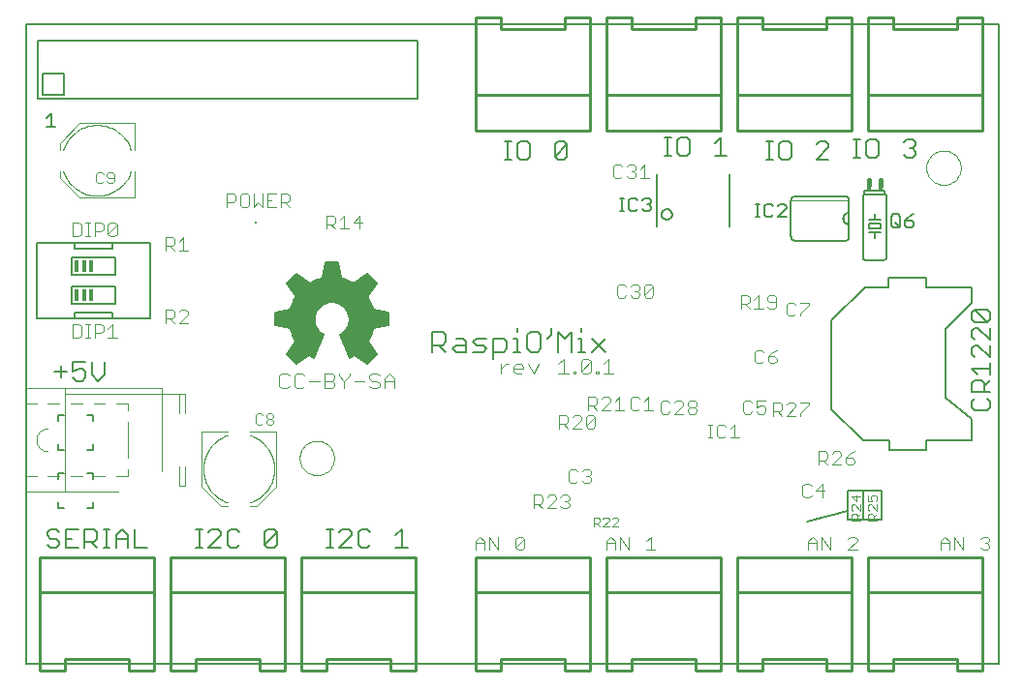
<source format=gto>
G75*
G70*
%OFA0B0*%
%FSLAX24Y24*%
%IPPOS*%
%LPD*%
%AMOC8*
5,1,8,0,0,1.08239X$1,22.5*
%
%ADD10C,0.0060*%
%ADD11C,0.0040*%
%ADD12C,0.0050*%
%ADD13R,0.0079X0.0079*%
%ADD14C,0.0000*%
%ADD15C,0.0020*%
%ADD16C,0.0160*%
%ADD17R,0.0160X0.0230*%
%ADD18C,0.0039*%
%ADD19R,0.0150X0.0400*%
%ADD20C,0.0030*%
%ADD21C,0.0100*%
%ADD22C,0.0080*%
D10*
X000989Y004401D02*
X000882Y004508D01*
X000989Y004401D02*
X001202Y004401D01*
X001309Y004508D01*
X001309Y004615D01*
X001202Y004722D01*
X000989Y004722D01*
X000882Y004828D01*
X000882Y004935D01*
X000989Y005042D01*
X001202Y005042D01*
X001309Y004935D01*
X001527Y005042D02*
X001527Y004401D01*
X001954Y004401D01*
X002171Y004401D02*
X002171Y005042D01*
X002491Y005042D01*
X002598Y004935D01*
X002598Y004722D01*
X002491Y004615D01*
X002171Y004615D01*
X002385Y004615D02*
X002598Y004401D01*
X002816Y004401D02*
X003029Y004401D01*
X002922Y004401D02*
X002922Y005042D01*
X002816Y005042D02*
X003029Y005042D01*
X003245Y004828D02*
X003459Y005042D01*
X003672Y004828D01*
X003672Y004401D01*
X003890Y004401D02*
X004317Y004401D01*
X003890Y004401D02*
X003890Y005042D01*
X003672Y004722D02*
X003245Y004722D01*
X003245Y004828D02*
X003245Y004401D01*
X001954Y005042D02*
X001527Y005042D01*
X001527Y004722D02*
X001740Y004722D01*
X001452Y005771D02*
X001252Y005771D01*
X001252Y005971D01*
X001252Y006771D02*
X001252Y006971D01*
X001452Y006971D01*
X002252Y006971D02*
X002452Y006971D01*
X002452Y006771D01*
X002452Y005971D02*
X002452Y005771D01*
X002252Y005771D01*
X002252Y007771D02*
X002452Y007771D01*
X002452Y007971D01*
X001452Y007771D02*
X001252Y007771D01*
X001252Y007971D01*
X001252Y008771D02*
X001252Y008971D01*
X001452Y008971D01*
X002252Y008971D02*
X002452Y008971D01*
X002452Y008771D01*
X002635Y010151D02*
X002848Y010365D01*
X002848Y010792D01*
X002421Y010792D02*
X002421Y010365D01*
X002635Y010151D01*
X002204Y010258D02*
X002204Y010472D01*
X002097Y010578D01*
X001990Y010578D01*
X001777Y010472D01*
X001777Y010792D01*
X002204Y010792D01*
X001559Y010472D02*
X001132Y010472D01*
X001345Y010685D02*
X001345Y010258D01*
X001777Y010258D02*
X001883Y010151D01*
X002097Y010151D01*
X002204Y010258D01*
X001827Y012321D02*
X000527Y012321D01*
X000527Y014921D01*
X001827Y014921D01*
X003127Y014921D01*
X003127Y014721D01*
X001827Y014721D01*
X001827Y014921D01*
X001727Y014421D02*
X001727Y013821D01*
X003227Y013821D01*
X003227Y014421D01*
X001727Y014421D01*
X003127Y014921D02*
X004427Y014921D01*
X004427Y012321D01*
X003127Y012321D01*
X001827Y012321D01*
X001827Y012521D01*
X003127Y012521D01*
X003127Y012321D01*
X003227Y012821D02*
X001727Y012821D01*
X001727Y013421D01*
X003227Y013421D01*
X003227Y012821D01*
X008747Y012506D02*
X008737Y012086D01*
X009267Y011986D01*
X009467Y011506D01*
X009167Y011076D01*
X009467Y010786D01*
X009877Y011086D01*
X010077Y010976D01*
X010357Y011716D01*
X010077Y012016D01*
X010087Y012536D01*
X010427Y012886D01*
X010897Y012896D01*
X011287Y012546D01*
X011297Y012036D01*
X010997Y011736D01*
X011307Y010976D01*
X011477Y011056D01*
X011887Y010786D01*
X012187Y011066D01*
X011907Y011496D01*
X012077Y011986D01*
X012597Y012076D01*
X012607Y012486D01*
X012087Y012586D01*
X011867Y013056D01*
X012177Y013496D01*
X011897Y013786D01*
X011447Y013496D01*
X010977Y013666D01*
X010887Y014216D01*
X010477Y014206D01*
X010367Y013666D01*
X009907Y013476D01*
X009477Y013776D01*
X009187Y013516D01*
X009477Y013076D01*
X009287Y012606D01*
X008747Y012506D01*
X008746Y012481D02*
X010086Y012481D01*
X010085Y012423D02*
X008745Y012423D01*
X008744Y012364D02*
X010084Y012364D01*
X010083Y012306D02*
X008742Y012306D01*
X008741Y012247D02*
X010081Y012247D01*
X010080Y012189D02*
X008739Y012189D01*
X008738Y012130D02*
X010079Y012130D01*
X010078Y012072D02*
X008816Y012072D01*
X009126Y012013D02*
X010080Y012013D01*
X010135Y011955D02*
X009280Y011955D01*
X009305Y011896D02*
X010189Y011896D01*
X010244Y011838D02*
X009329Y011838D01*
X009353Y011779D02*
X010299Y011779D01*
X010353Y011721D02*
X009378Y011721D01*
X009402Y011662D02*
X010336Y011662D01*
X010314Y011604D02*
X009427Y011604D01*
X009451Y011545D02*
X010292Y011545D01*
X010270Y011487D02*
X009453Y011487D01*
X009412Y011428D02*
X010248Y011428D01*
X010226Y011370D02*
X009371Y011370D01*
X009331Y011311D02*
X010204Y011311D01*
X010181Y011253D02*
X009290Y011253D01*
X009249Y011194D02*
X010159Y011194D01*
X010137Y011136D02*
X009208Y011136D01*
X009167Y011077D02*
X009864Y011077D01*
X009894Y011077D02*
X010115Y011077D01*
X010093Y011019D02*
X010001Y011019D01*
X009784Y011019D02*
X009227Y011019D01*
X009287Y010960D02*
X009704Y010960D01*
X009624Y010902D02*
X009348Y010902D01*
X009408Y010843D02*
X009544Y010843D01*
X011099Y011487D02*
X011913Y011487D01*
X011924Y011545D02*
X011075Y011545D01*
X011051Y011604D02*
X011944Y011604D01*
X011964Y011662D02*
X011027Y011662D01*
X011003Y011721D02*
X011985Y011721D01*
X012005Y011779D02*
X011040Y011779D01*
X011098Y011838D02*
X012025Y011838D01*
X012046Y011896D02*
X011157Y011896D01*
X011215Y011955D02*
X012066Y011955D01*
X012230Y012013D02*
X011274Y012013D01*
X011296Y012072D02*
X012568Y012072D01*
X012598Y012130D02*
X011295Y012130D01*
X011294Y012189D02*
X012600Y012189D01*
X012601Y012247D02*
X011293Y012247D01*
X011292Y012306D02*
X012603Y012306D01*
X012604Y012364D02*
X011291Y012364D01*
X011289Y012423D02*
X012605Y012423D01*
X012607Y012481D02*
X011288Y012481D01*
X011287Y012540D02*
X012331Y012540D01*
X012082Y012598D02*
X011230Y012598D01*
X011164Y012657D02*
X012054Y012657D01*
X012027Y012715D02*
X011099Y012715D01*
X011034Y012774D02*
X011999Y012774D01*
X011972Y012832D02*
X010969Y012832D01*
X010904Y012891D02*
X011945Y012891D01*
X011917Y012949D02*
X009425Y012949D01*
X009402Y012891D02*
X010617Y012891D01*
X010374Y012832D02*
X009378Y012832D01*
X009354Y012774D02*
X010317Y012774D01*
X010260Y012715D02*
X009331Y012715D01*
X009307Y012657D02*
X010204Y012657D01*
X010147Y012598D02*
X009241Y012598D01*
X008925Y012540D02*
X010090Y012540D01*
X009449Y013008D02*
X011890Y013008D01*
X011874Y013066D02*
X009473Y013066D01*
X009445Y013125D02*
X011915Y013125D01*
X011956Y013183D02*
X009407Y013183D01*
X009368Y013242D02*
X011997Y013242D01*
X012039Y013300D02*
X009330Y013300D01*
X009291Y013359D02*
X012080Y013359D01*
X012121Y013417D02*
X009253Y013417D01*
X009214Y013476D02*
X012162Y013476D01*
X012141Y013534D02*
X011505Y013534D01*
X011596Y013593D02*
X012084Y013593D01*
X012028Y013651D02*
X011687Y013651D01*
X011778Y013710D02*
X011971Y013710D01*
X011915Y013768D02*
X011868Y013768D01*
X011343Y013534D02*
X010046Y013534D01*
X010188Y013593D02*
X011181Y013593D01*
X011020Y013651D02*
X010330Y013651D01*
X010376Y013710D02*
X010970Y013710D01*
X010960Y013768D02*
X010388Y013768D01*
X010400Y013827D02*
X010951Y013827D01*
X010941Y013885D02*
X010411Y013885D01*
X010423Y013944D02*
X010932Y013944D01*
X010922Y014002D02*
X010435Y014002D01*
X010447Y014061D02*
X010912Y014061D01*
X010903Y014119D02*
X010459Y014119D01*
X010471Y014178D02*
X010893Y014178D01*
X009824Y013534D02*
X009207Y013534D01*
X009272Y013593D02*
X009741Y013593D01*
X009657Y013651D02*
X009337Y013651D01*
X009402Y013710D02*
X009573Y013710D01*
X009489Y013768D02*
X009468Y013768D01*
X011123Y011428D02*
X011952Y011428D01*
X011990Y011370D02*
X011147Y011370D01*
X011171Y011311D02*
X012028Y011311D01*
X012066Y011253D02*
X011194Y011253D01*
X011218Y011194D02*
X012104Y011194D01*
X012142Y011136D02*
X011242Y011136D01*
X011266Y011077D02*
X012180Y011077D01*
X012136Y011019D02*
X011535Y011019D01*
X011623Y010960D02*
X012073Y010960D01*
X012010Y010902D02*
X011712Y010902D01*
X011801Y010843D02*
X011948Y010843D01*
X011396Y011019D02*
X011290Y011019D01*
X014132Y011151D02*
X014132Y011852D01*
X014482Y011852D01*
X014599Y011735D01*
X014599Y011502D01*
X014482Y011385D01*
X014132Y011385D01*
X014366Y011385D02*
X014599Y011151D01*
X014832Y011268D02*
X014949Y011385D01*
X015299Y011385D01*
X015299Y011502D02*
X015182Y011619D01*
X014949Y011619D01*
X015299Y011502D02*
X015299Y011151D01*
X014949Y011151D01*
X014832Y011268D01*
X015532Y011151D02*
X015882Y011151D01*
X015999Y011268D01*
X015882Y011385D01*
X015648Y011385D01*
X015532Y011502D01*
X015648Y011619D01*
X015999Y011619D01*
X016231Y011619D02*
X016582Y011619D01*
X016698Y011502D01*
X016698Y011268D01*
X016582Y011151D01*
X016231Y011151D01*
X016231Y010918D02*
X016231Y011619D01*
X016931Y011619D02*
X017048Y011619D01*
X017048Y011151D01*
X016931Y011151D02*
X017165Y011151D01*
X017398Y011268D02*
X017514Y011151D01*
X017748Y011151D01*
X017865Y011268D01*
X017865Y011735D01*
X017748Y011852D01*
X017514Y011852D01*
X017398Y011735D01*
X017398Y011268D01*
X017048Y011852D02*
X017048Y011969D01*
X018097Y011619D02*
X018214Y011735D01*
X018214Y011969D01*
X018447Y011852D02*
X018681Y011619D01*
X018914Y011852D01*
X018914Y011151D01*
X019147Y011151D02*
X019381Y011151D01*
X019264Y011151D02*
X019264Y011619D01*
X019147Y011619D01*
X019264Y011852D02*
X019264Y011969D01*
X019614Y011619D02*
X020081Y011151D01*
X019614Y011151D02*
X020081Y011619D01*
X018447Y011852D02*
X018447Y011151D01*
X021856Y015473D02*
X021856Y017270D01*
X022132Y017901D02*
X022345Y017901D01*
X022239Y017901D02*
X022239Y018542D01*
X022345Y018542D02*
X022132Y018542D01*
X022562Y018435D02*
X022562Y018008D01*
X022668Y017901D01*
X022882Y017901D01*
X022989Y018008D01*
X022989Y018435D01*
X022882Y018542D01*
X022668Y018542D01*
X022562Y018435D01*
X023851Y018328D02*
X024064Y018542D01*
X024064Y017901D01*
X023851Y017901D02*
X024278Y017901D01*
X024348Y017270D02*
X024348Y015473D01*
X026477Y015126D02*
X026477Y016366D01*
X026479Y016389D01*
X026484Y016412D01*
X026493Y016434D01*
X026506Y016454D01*
X026521Y016472D01*
X026539Y016487D01*
X026559Y016500D01*
X026581Y016509D01*
X026604Y016514D01*
X026627Y016516D01*
X028327Y016516D01*
X028350Y016514D01*
X028373Y016509D01*
X028395Y016500D01*
X028415Y016487D01*
X028433Y016472D01*
X028448Y016454D01*
X028461Y016434D01*
X028470Y016412D01*
X028475Y016389D01*
X028477Y016366D01*
X028477Y015126D01*
X028475Y015103D01*
X028470Y015080D01*
X028461Y015058D01*
X028448Y015038D01*
X028433Y015020D01*
X028415Y015005D01*
X028395Y014992D01*
X028373Y014983D01*
X028350Y014978D01*
X028327Y014976D01*
X026627Y014976D01*
X026604Y014978D01*
X026581Y014983D01*
X026559Y014992D01*
X026539Y015005D01*
X026521Y015020D01*
X026506Y015038D01*
X026493Y015058D01*
X026484Y015080D01*
X026479Y015103D01*
X026477Y015126D01*
X028477Y015546D02*
X028450Y015548D01*
X028423Y015553D01*
X028397Y015563D01*
X028373Y015575D01*
X028351Y015591D01*
X028331Y015609D01*
X028314Y015631D01*
X028299Y015654D01*
X028289Y015679D01*
X028281Y015705D01*
X028277Y015732D01*
X028277Y015760D01*
X028281Y015787D01*
X028289Y015813D01*
X028299Y015838D01*
X028314Y015861D01*
X028331Y015883D01*
X028351Y015901D01*
X028373Y015917D01*
X028397Y015929D01*
X028423Y015939D01*
X028450Y015944D01*
X028477Y015946D01*
X029152Y015721D02*
X029352Y015721D01*
X029352Y015921D01*
X029352Y015721D02*
X029552Y015721D01*
X029552Y015571D02*
X029152Y015571D01*
X029152Y015421D01*
X029552Y015421D01*
X029552Y015571D01*
X029552Y015271D02*
X029352Y015271D01*
X029152Y015271D01*
X029352Y015271D02*
X029352Y015071D01*
X029752Y014421D02*
X029750Y014404D01*
X029746Y014387D01*
X029739Y014371D01*
X029729Y014357D01*
X029716Y014344D01*
X029702Y014334D01*
X029686Y014327D01*
X029669Y014323D01*
X029652Y014321D01*
X029052Y014321D01*
X029035Y014323D01*
X029018Y014327D01*
X029002Y014334D01*
X028988Y014344D01*
X028975Y014357D01*
X028965Y014371D01*
X028958Y014387D01*
X028954Y014404D01*
X028952Y014421D01*
X028952Y016571D01*
X029002Y016571D01*
X029702Y016571D01*
X029752Y016571D01*
X029752Y014421D01*
X029702Y016571D02*
X029702Y016721D01*
X029002Y016721D01*
X029002Y016571D01*
X027778Y017776D02*
X027351Y017776D01*
X027778Y018203D01*
X027778Y018310D01*
X027671Y018417D01*
X027458Y018417D01*
X027351Y018310D01*
X026489Y018310D02*
X026489Y017883D01*
X026382Y017776D01*
X026168Y017776D01*
X026062Y017883D01*
X026062Y018310D01*
X026168Y018417D01*
X026382Y018417D01*
X026489Y018310D01*
X025845Y018417D02*
X025632Y018417D01*
X025739Y018417D02*
X025739Y017776D01*
X025845Y017776D02*
X025632Y017776D01*
X028632Y017839D02*
X028845Y017839D01*
X028739Y017839D02*
X028739Y018480D01*
X028845Y018480D02*
X028632Y018480D01*
X029062Y018373D02*
X029062Y017946D01*
X029168Y017839D01*
X029382Y017839D01*
X029489Y017946D01*
X029489Y018373D01*
X029382Y018480D01*
X029168Y018480D01*
X029062Y018373D01*
X030351Y018373D02*
X030458Y018480D01*
X030671Y018480D01*
X030778Y018373D01*
X030778Y018266D01*
X030671Y018159D01*
X030778Y018052D01*
X030778Y017946D01*
X030671Y017839D01*
X030458Y017839D01*
X030351Y017946D01*
X030564Y018159D02*
X030671Y018159D01*
X022026Y015891D02*
X022028Y015917D01*
X022034Y015943D01*
X022043Y015967D01*
X022056Y015990D01*
X022072Y016011D01*
X022091Y016029D01*
X022112Y016045D01*
X022136Y016057D01*
X022160Y016065D01*
X022186Y016070D01*
X022213Y016071D01*
X022239Y016068D01*
X022264Y016061D01*
X022288Y016051D01*
X022311Y016037D01*
X022331Y016021D01*
X022348Y016001D01*
X022363Y015979D01*
X022374Y015955D01*
X022382Y015930D01*
X022386Y015904D01*
X022386Y015878D01*
X022382Y015852D01*
X022374Y015827D01*
X022363Y015803D01*
X022348Y015781D01*
X022331Y015761D01*
X022311Y015745D01*
X022288Y015731D01*
X022264Y015721D01*
X022239Y015714D01*
X022213Y015711D01*
X022186Y015712D01*
X022160Y015717D01*
X022136Y015725D01*
X022112Y015737D01*
X022091Y015753D01*
X022072Y015771D01*
X022056Y015792D01*
X022043Y015815D01*
X022034Y015839D01*
X022028Y015865D01*
X022026Y015891D01*
X018778Y017883D02*
X018671Y017776D01*
X018458Y017776D01*
X018351Y017883D01*
X018778Y018310D01*
X018778Y017883D01*
X018351Y017883D02*
X018351Y018310D01*
X018458Y018417D01*
X018671Y018417D01*
X018778Y018310D01*
X017489Y018310D02*
X017489Y017883D01*
X017382Y017776D01*
X017168Y017776D01*
X017062Y017883D01*
X017062Y018310D01*
X017168Y018417D01*
X017382Y018417D01*
X017489Y018310D01*
X016845Y018417D02*
X016632Y018417D01*
X016739Y018417D02*
X016739Y017776D01*
X016845Y017776D02*
X016632Y017776D01*
X013084Y005042D02*
X013084Y004401D01*
X013297Y004401D02*
X012870Y004401D01*
X012870Y004828D02*
X013084Y005042D01*
X012008Y004935D02*
X011901Y005042D01*
X011688Y005042D01*
X011581Y004935D01*
X011581Y004508D01*
X011688Y004401D01*
X011901Y004401D01*
X012008Y004508D01*
X011364Y004401D02*
X010937Y004401D01*
X011364Y004828D01*
X011364Y004935D01*
X011257Y005042D01*
X011043Y005042D01*
X010937Y004935D01*
X010720Y005042D02*
X010507Y005042D01*
X010614Y005042D02*
X010614Y004401D01*
X010720Y004401D02*
X010507Y004401D01*
X008797Y004508D02*
X008691Y004401D01*
X008477Y004401D01*
X008370Y004508D01*
X008797Y004935D01*
X008797Y004508D01*
X008370Y004508D02*
X008370Y004935D01*
X008477Y005042D01*
X008691Y005042D01*
X008797Y004935D01*
X007508Y004935D02*
X007401Y005042D01*
X007188Y005042D01*
X007081Y004935D01*
X007081Y004508D01*
X007188Y004401D01*
X007401Y004401D01*
X007508Y004508D01*
X006864Y004401D02*
X006437Y004401D01*
X006864Y004828D01*
X006864Y004935D01*
X006757Y005042D01*
X006543Y005042D01*
X006437Y004935D01*
X006220Y005042D02*
X006007Y005042D01*
X006114Y005042D02*
X006114Y004401D01*
X006220Y004401D02*
X006007Y004401D01*
D11*
X006867Y005842D02*
X006197Y006511D01*
X006197Y008401D01*
X007103Y008401D01*
X007851Y008401D02*
X008756Y008401D01*
X008756Y006511D01*
X008087Y005842D01*
X007851Y005842D01*
X007103Y005842D02*
X006867Y005842D01*
X007851Y005960D02*
X007915Y005982D01*
X007978Y006009D01*
X008040Y006039D01*
X008099Y006072D01*
X008157Y006108D01*
X008213Y006148D01*
X008266Y006191D01*
X008317Y006236D01*
X008365Y006284D01*
X008410Y006335D01*
X008453Y006389D01*
X008492Y006445D01*
X008529Y006502D01*
X008562Y006562D01*
X008591Y006624D01*
X008617Y006687D01*
X008640Y006751D01*
X008659Y006817D01*
X008674Y006884D01*
X008685Y006951D01*
X008693Y007019D01*
X008697Y007087D01*
X008697Y007155D01*
X008693Y007223D01*
X008685Y007291D01*
X008674Y007358D01*
X008659Y007425D01*
X008640Y007491D01*
X008617Y007555D01*
X008591Y007618D01*
X008562Y007680D01*
X008529Y007740D01*
X008492Y007797D01*
X008453Y007853D01*
X008410Y007907D01*
X008365Y007958D01*
X008317Y008006D01*
X008266Y008051D01*
X008213Y008094D01*
X008157Y008134D01*
X008099Y008170D01*
X008040Y008203D01*
X007978Y008233D01*
X007915Y008260D01*
X007851Y008282D01*
X007103Y008282D02*
X007039Y008260D01*
X006976Y008233D01*
X006914Y008203D01*
X006855Y008170D01*
X006797Y008134D01*
X006741Y008094D01*
X006688Y008051D01*
X006637Y008006D01*
X006589Y007958D01*
X006544Y007907D01*
X006501Y007853D01*
X006462Y007797D01*
X006425Y007740D01*
X006392Y007680D01*
X006363Y007618D01*
X006337Y007555D01*
X006314Y007491D01*
X006295Y007425D01*
X006280Y007358D01*
X006269Y007291D01*
X006261Y007223D01*
X006257Y007155D01*
X006257Y007087D01*
X006261Y007019D01*
X006269Y006951D01*
X006280Y006884D01*
X006295Y006817D01*
X006314Y006751D01*
X006337Y006687D01*
X006363Y006624D01*
X006392Y006562D01*
X006425Y006502D01*
X006462Y006445D01*
X006501Y006389D01*
X006544Y006335D01*
X006589Y006284D01*
X006637Y006236D01*
X006688Y006191D01*
X006741Y006148D01*
X006797Y006108D01*
X006855Y006072D01*
X006914Y006039D01*
X006976Y006009D01*
X007039Y005982D01*
X007103Y005960D01*
X008959Y009891D02*
X009132Y009891D01*
X009219Y009978D01*
X009388Y009978D02*
X009474Y009891D01*
X009648Y009891D01*
X009735Y009978D01*
X009903Y010152D02*
X010250Y010152D01*
X010419Y010152D02*
X010679Y010152D01*
X010766Y010065D01*
X010766Y009978D01*
X010679Y009891D01*
X010419Y009891D01*
X010419Y010412D01*
X010679Y010412D01*
X010766Y010325D01*
X010766Y010238D01*
X010679Y010152D01*
X010935Y010325D02*
X011108Y010152D01*
X011108Y009891D01*
X011108Y010152D02*
X011281Y010325D01*
X011281Y010412D01*
X011450Y010152D02*
X011797Y010152D01*
X011966Y010238D02*
X011966Y010325D01*
X012053Y010412D01*
X012226Y010412D01*
X012313Y010325D01*
X012481Y010238D02*
X012655Y010412D01*
X012828Y010238D01*
X012828Y009891D01*
X012828Y010152D02*
X012481Y010152D01*
X012481Y010238D02*
X012481Y009891D01*
X012313Y009978D02*
X012226Y009891D01*
X012053Y009891D01*
X011966Y009978D01*
X012053Y010152D02*
X012226Y010152D01*
X012313Y010065D01*
X012313Y009978D01*
X012053Y010152D02*
X011966Y010238D01*
X010935Y010325D02*
X010935Y010412D01*
X009735Y010325D02*
X009648Y010412D01*
X009474Y010412D01*
X009388Y010325D01*
X009388Y009978D01*
X008959Y009891D02*
X008872Y009978D01*
X008872Y010325D01*
X008959Y010412D01*
X009132Y010412D01*
X009219Y010325D01*
X005719Y012141D02*
X005412Y012141D01*
X005719Y012448D01*
X005719Y012525D01*
X005642Y012602D01*
X005488Y012602D01*
X005412Y012525D01*
X005258Y012525D02*
X005181Y012602D01*
X004951Y012602D01*
X004951Y012141D01*
X004951Y012295D02*
X005181Y012295D01*
X005258Y012372D01*
X005258Y012525D01*
X005105Y012295D02*
X005258Y012141D01*
X003282Y011641D02*
X002975Y011641D01*
X003128Y011641D02*
X003128Y012102D01*
X002975Y011948D01*
X002821Y011872D02*
X002821Y012025D01*
X002744Y012102D01*
X002514Y012102D01*
X002514Y011641D01*
X002361Y011641D02*
X002207Y011641D01*
X002284Y011641D02*
X002284Y012102D01*
X002207Y012102D02*
X002361Y012102D01*
X002054Y012025D02*
X001977Y012102D01*
X001747Y012102D01*
X001747Y011641D01*
X001977Y011641D01*
X002054Y011718D01*
X002054Y012025D01*
X002514Y011795D02*
X002744Y011795D01*
X002821Y011872D01*
X004951Y014641D02*
X004951Y015102D01*
X005181Y015102D01*
X005258Y015025D01*
X005258Y014872D01*
X005181Y014795D01*
X004951Y014795D01*
X005105Y014795D02*
X005258Y014641D01*
X005412Y014641D02*
X005719Y014641D01*
X005565Y014641D02*
X005565Y015102D01*
X005412Y014948D01*
X007070Y016141D02*
X007070Y016602D01*
X007300Y016602D01*
X007377Y016525D01*
X007377Y016372D01*
X007300Y016295D01*
X007070Y016295D01*
X007530Y016218D02*
X007607Y016141D01*
X007761Y016141D01*
X007837Y016218D01*
X007837Y016525D01*
X007761Y016602D01*
X007607Y016602D01*
X007530Y016525D01*
X007530Y016218D01*
X007991Y016141D02*
X008144Y016295D01*
X008298Y016141D01*
X008298Y016602D01*
X008451Y016602D02*
X008451Y016141D01*
X008758Y016141D01*
X008912Y016141D02*
X008912Y016602D01*
X009142Y016602D01*
X009218Y016525D01*
X009218Y016372D01*
X009142Y016295D01*
X008912Y016295D01*
X009065Y016295D02*
X009218Y016141D01*
X008758Y016602D02*
X008451Y016602D01*
X008451Y016372D02*
X008605Y016372D01*
X007991Y016602D02*
X007991Y016141D01*
X010491Y015852D02*
X010491Y015391D01*
X010491Y015545D02*
X010721Y015545D01*
X010798Y015622D01*
X010798Y015775D01*
X010721Y015852D01*
X010491Y015852D01*
X010951Y015698D02*
X011105Y015852D01*
X011105Y015391D01*
X011258Y015391D02*
X010951Y015391D01*
X010798Y015391D02*
X010644Y015545D01*
X011412Y015622D02*
X011719Y015622D01*
X011642Y015852D02*
X011642Y015391D01*
X011412Y015622D02*
X011642Y015852D01*
X018474Y010738D02*
X018647Y010912D01*
X018647Y010391D01*
X018474Y010391D02*
X018821Y010391D01*
X018989Y010391D02*
X019076Y010391D01*
X019076Y010478D01*
X018989Y010478D01*
X018989Y010391D01*
X019247Y010478D02*
X019594Y010825D01*
X019594Y010478D01*
X019507Y010391D01*
X019334Y010391D01*
X019247Y010478D01*
X019247Y010825D01*
X019334Y010912D01*
X019507Y010912D01*
X019594Y010825D01*
X020021Y010738D02*
X020194Y010912D01*
X020194Y010391D01*
X020021Y010391D02*
X020367Y010391D01*
X019849Y010391D02*
X019763Y010391D01*
X019763Y010478D01*
X019849Y010478D01*
X019849Y010391D01*
X019727Y009602D02*
X019497Y009602D01*
X019497Y009141D01*
X019497Y009295D02*
X019727Y009295D01*
X019804Y009372D01*
X019804Y009525D01*
X019727Y009602D01*
X019957Y009525D02*
X020034Y009602D01*
X020188Y009602D01*
X020264Y009525D01*
X020264Y009448D01*
X019957Y009141D01*
X020264Y009141D01*
X020418Y009141D02*
X020725Y009141D01*
X020571Y009141D02*
X020571Y009602D01*
X020418Y009448D01*
X020951Y009525D02*
X020951Y009218D01*
X021028Y009141D01*
X021181Y009141D01*
X021258Y009218D01*
X021412Y009141D02*
X021719Y009141D01*
X021565Y009141D02*
X021565Y009602D01*
X021412Y009448D01*
X021258Y009525D02*
X021181Y009602D01*
X021028Y009602D01*
X020951Y009525D01*
X021997Y009400D02*
X021997Y009093D01*
X022074Y009016D01*
X022227Y009016D01*
X022304Y009093D01*
X022457Y009016D02*
X022764Y009323D01*
X022764Y009400D01*
X022688Y009477D01*
X022534Y009477D01*
X022457Y009400D01*
X022304Y009400D02*
X022227Y009477D01*
X022074Y009477D01*
X021997Y009400D01*
X022457Y009016D02*
X022764Y009016D01*
X022918Y009093D02*
X022918Y009170D01*
X022994Y009247D01*
X023148Y009247D01*
X023225Y009170D01*
X023225Y009093D01*
X023148Y009016D01*
X022994Y009016D01*
X022918Y009093D01*
X022994Y009247D02*
X022918Y009323D01*
X022918Y009400D01*
X022994Y009477D01*
X023148Y009477D01*
X023225Y009400D01*
X023225Y009323D01*
X023148Y009247D01*
X023622Y008652D02*
X023775Y008652D01*
X023699Y008652D02*
X023699Y008191D01*
X023775Y008191D02*
X023622Y008191D01*
X023929Y008268D02*
X024006Y008191D01*
X024159Y008191D01*
X024236Y008268D01*
X024389Y008191D02*
X024696Y008191D01*
X024543Y008191D02*
X024543Y008652D01*
X024389Y008498D01*
X024236Y008575D02*
X024159Y008652D01*
X024006Y008652D01*
X023929Y008575D01*
X023929Y008268D01*
X024826Y009093D02*
X024903Y009016D01*
X025056Y009016D01*
X025133Y009093D01*
X025287Y009093D02*
X025363Y009016D01*
X025517Y009016D01*
X025594Y009093D01*
X025594Y009247D01*
X025517Y009323D01*
X025440Y009323D01*
X025287Y009247D01*
X025287Y009477D01*
X025594Y009477D01*
X025866Y009414D02*
X026096Y009414D01*
X026173Y009338D01*
X026173Y009184D01*
X026096Y009107D01*
X025866Y009107D01*
X025866Y008954D02*
X025866Y009414D01*
X026019Y009107D02*
X026173Y008954D01*
X026326Y008954D02*
X026633Y009261D01*
X026633Y009338D01*
X026556Y009414D01*
X026403Y009414D01*
X026326Y009338D01*
X026326Y008954D02*
X026633Y008954D01*
X026787Y008954D02*
X026787Y009031D01*
X027094Y009338D01*
X027094Y009414D01*
X026787Y009414D01*
X025133Y009400D02*
X025056Y009477D01*
X024903Y009477D01*
X024826Y009400D01*
X024826Y009093D01*
X025296Y010762D02*
X025449Y010762D01*
X025526Y010838D01*
X025679Y010838D02*
X025679Y010992D01*
X025909Y010992D01*
X025986Y010915D01*
X025986Y010838D01*
X025909Y010762D01*
X025756Y010762D01*
X025679Y010838D01*
X025679Y010992D02*
X025833Y011145D01*
X025986Y011222D01*
X025526Y011145D02*
X025449Y011222D01*
X025296Y011222D01*
X025219Y011145D01*
X025219Y010838D01*
X025296Y010762D01*
X026403Y012391D02*
X026556Y012391D01*
X026633Y012468D01*
X026787Y012468D02*
X026787Y012391D01*
X026787Y012468D02*
X027094Y012775D01*
X027094Y012852D01*
X026787Y012852D01*
X026633Y012775D02*
X026556Y012852D01*
X026403Y012852D01*
X026326Y012775D01*
X026326Y012468D01*
X026403Y012391D01*
X025975Y012718D02*
X025975Y013025D01*
X025898Y013102D01*
X025744Y013102D01*
X025668Y013025D01*
X025668Y012948D01*
X025744Y012872D01*
X025975Y012872D01*
X025975Y012718D02*
X025898Y012641D01*
X025744Y012641D01*
X025668Y012718D01*
X025514Y012641D02*
X025207Y012641D01*
X025054Y012641D02*
X024900Y012795D01*
X024977Y012795D02*
X024747Y012795D01*
X024747Y012641D02*
X024747Y013102D01*
X024977Y013102D01*
X025054Y013025D01*
X025054Y012872D01*
X024977Y012795D01*
X025207Y012948D02*
X025361Y013102D01*
X025361Y012641D01*
X021725Y013093D02*
X021648Y013016D01*
X021494Y013016D01*
X021418Y013093D01*
X021725Y013400D01*
X021725Y013093D01*
X021725Y013400D02*
X021648Y013477D01*
X021494Y013477D01*
X021418Y013400D01*
X021418Y013093D01*
X021264Y013093D02*
X021188Y013016D01*
X021034Y013016D01*
X020957Y013093D01*
X020804Y013093D02*
X020727Y013016D01*
X020574Y013016D01*
X020497Y013093D01*
X020497Y013400D01*
X020574Y013477D01*
X020727Y013477D01*
X020804Y013400D01*
X020957Y013400D02*
X021034Y013477D01*
X021188Y013477D01*
X021264Y013400D01*
X021264Y013323D01*
X021188Y013247D01*
X021264Y013170D01*
X021264Y013093D01*
X021188Y013247D02*
X021111Y013247D01*
X017789Y010738D02*
X017616Y010391D01*
X017442Y010738D01*
X017274Y010652D02*
X017274Y010565D01*
X016927Y010565D01*
X016927Y010652D02*
X017013Y010738D01*
X017187Y010738D01*
X017274Y010652D01*
X017187Y010391D02*
X017013Y010391D01*
X016927Y010478D01*
X016927Y010652D01*
X016757Y010738D02*
X016670Y010738D01*
X016497Y010565D01*
X016497Y010738D02*
X016497Y010391D01*
X018497Y008977D02*
X018727Y008977D01*
X018804Y008900D01*
X018804Y008747D01*
X018727Y008670D01*
X018497Y008670D01*
X018650Y008670D02*
X018804Y008516D01*
X018957Y008516D02*
X019264Y008823D01*
X019264Y008900D01*
X019188Y008977D01*
X019034Y008977D01*
X018957Y008900D01*
X018957Y008516D02*
X019264Y008516D01*
X019418Y008593D02*
X019725Y008900D01*
X019725Y008593D01*
X019648Y008516D01*
X019494Y008516D01*
X019418Y008593D01*
X019418Y008900D01*
X019494Y008977D01*
X019648Y008977D01*
X019725Y008900D01*
X019804Y009141D02*
X019650Y009295D01*
X018497Y008977D02*
X018497Y008516D01*
X018903Y007102D02*
X018826Y007025D01*
X018826Y006718D01*
X018903Y006641D01*
X019056Y006641D01*
X019133Y006718D01*
X019287Y006718D02*
X019363Y006641D01*
X019517Y006641D01*
X019594Y006718D01*
X019594Y006795D01*
X019517Y006872D01*
X019440Y006872D01*
X019517Y006872D02*
X019594Y006948D01*
X019594Y007025D01*
X019517Y007102D01*
X019363Y007102D01*
X019287Y007025D01*
X019133Y007025D02*
X019056Y007102D01*
X018903Y007102D01*
X018773Y006227D02*
X018850Y006150D01*
X018850Y006073D01*
X018773Y005997D01*
X018850Y005920D01*
X018850Y005843D01*
X018773Y005766D01*
X018619Y005766D01*
X018543Y005843D01*
X018389Y005766D02*
X018082Y005766D01*
X018389Y006073D01*
X018389Y006150D01*
X018313Y006227D01*
X018159Y006227D01*
X018082Y006150D01*
X017929Y006150D02*
X017929Y005997D01*
X017852Y005920D01*
X017622Y005920D01*
X017775Y005920D02*
X017929Y005766D01*
X017622Y005766D02*
X017622Y006227D01*
X017852Y006227D01*
X017929Y006150D01*
X018543Y006150D02*
X018619Y006227D01*
X018773Y006227D01*
X018773Y005997D02*
X018696Y005997D01*
X017310Y004713D02*
X017003Y004406D01*
X017080Y004329D01*
X017233Y004329D01*
X017310Y004406D01*
X017310Y004713D01*
X017233Y004789D01*
X017080Y004789D01*
X017003Y004713D01*
X017003Y004406D01*
X016389Y004329D02*
X016389Y004789D01*
X016082Y004789D02*
X016389Y004329D01*
X016082Y004329D02*
X016082Y004789D01*
X015929Y004636D02*
X015929Y004329D01*
X015929Y004559D02*
X015622Y004559D01*
X015622Y004636D02*
X015622Y004329D01*
X015622Y004636D02*
X015775Y004789D01*
X015929Y004636D01*
X020122Y004636D02*
X020122Y004329D01*
X020122Y004559D02*
X020429Y004559D01*
X020429Y004636D02*
X020429Y004329D01*
X020582Y004329D02*
X020582Y004789D01*
X020889Y004329D01*
X020889Y004789D01*
X020429Y004636D02*
X020275Y004789D01*
X020122Y004636D01*
X021503Y004636D02*
X021657Y004789D01*
X021657Y004329D01*
X021810Y004329D02*
X021503Y004329D01*
X026872Y006218D02*
X026949Y006141D01*
X027102Y006141D01*
X027179Y006218D01*
X027332Y006372D02*
X027639Y006372D01*
X027563Y006602D02*
X027563Y006141D01*
X027332Y006372D02*
X027563Y006602D01*
X027179Y006525D02*
X027102Y006602D01*
X026949Y006602D01*
X026872Y006525D01*
X026872Y006218D01*
X027428Y007266D02*
X027428Y007727D01*
X027658Y007727D01*
X027735Y007650D01*
X027735Y007497D01*
X027658Y007420D01*
X027428Y007420D01*
X027582Y007420D02*
X027735Y007266D01*
X027889Y007266D02*
X028196Y007573D01*
X028196Y007650D01*
X028119Y007727D01*
X027965Y007727D01*
X027889Y007650D01*
X027889Y007266D02*
X028196Y007266D01*
X028349Y007343D02*
X028426Y007266D01*
X028579Y007266D01*
X028656Y007343D01*
X028656Y007420D01*
X028579Y007497D01*
X028349Y007497D01*
X028349Y007343D01*
X028349Y007497D02*
X028503Y007650D01*
X028656Y007727D01*
X028671Y004789D02*
X028517Y004789D01*
X028441Y004713D01*
X028671Y004789D02*
X028748Y004713D01*
X028748Y004636D01*
X028441Y004329D01*
X028748Y004329D01*
X027827Y004329D02*
X027827Y004789D01*
X027520Y004789D02*
X027827Y004329D01*
X027520Y004329D02*
X027520Y004789D01*
X027366Y004636D02*
X027366Y004329D01*
X027366Y004559D02*
X027059Y004559D01*
X027059Y004636D02*
X027059Y004329D01*
X027059Y004636D02*
X027213Y004789D01*
X027366Y004636D01*
X031622Y004636D02*
X031622Y004329D01*
X031622Y004559D02*
X031929Y004559D01*
X031929Y004636D02*
X031929Y004329D01*
X032082Y004329D02*
X032082Y004789D01*
X032389Y004329D01*
X032389Y004789D01*
X031929Y004636D02*
X031775Y004789D01*
X031622Y004636D01*
X033003Y004713D02*
X033080Y004789D01*
X033233Y004789D01*
X033310Y004713D01*
X033310Y004636D01*
X033233Y004559D01*
X033310Y004482D01*
X033310Y004406D01*
X033233Y004329D01*
X033080Y004329D01*
X033003Y004406D01*
X033157Y004559D02*
X033233Y004559D01*
X021594Y017141D02*
X021287Y017141D01*
X021440Y017141D02*
X021440Y017602D01*
X021287Y017448D01*
X021133Y017448D02*
X021056Y017372D01*
X021133Y017295D01*
X021133Y017218D01*
X021056Y017141D01*
X020903Y017141D01*
X020826Y017218D01*
X020673Y017218D02*
X020596Y017141D01*
X020443Y017141D01*
X020366Y017218D01*
X020366Y017525D01*
X020443Y017602D01*
X020596Y017602D01*
X020673Y017525D01*
X020826Y017525D02*
X020903Y017602D01*
X021056Y017602D01*
X021133Y017525D01*
X021133Y017448D01*
X021056Y017372D02*
X020980Y017372D01*
X003881Y017372D02*
X003881Y016467D01*
X001992Y016467D01*
X001322Y017136D01*
X001322Y017372D01*
X001322Y018120D02*
X001322Y018357D01*
X001992Y019026D01*
X003881Y019026D01*
X003881Y018120D01*
X003763Y018120D02*
X003741Y018184D01*
X003714Y018247D01*
X003684Y018309D01*
X003651Y018368D01*
X003615Y018426D01*
X003575Y018482D01*
X003532Y018535D01*
X003487Y018586D01*
X003439Y018634D01*
X003388Y018679D01*
X003334Y018722D01*
X003278Y018761D01*
X003221Y018798D01*
X003161Y018831D01*
X003099Y018860D01*
X003036Y018886D01*
X002972Y018909D01*
X002906Y018928D01*
X002839Y018943D01*
X002772Y018954D01*
X002704Y018962D01*
X002636Y018966D01*
X002568Y018966D01*
X002500Y018962D01*
X002432Y018954D01*
X002365Y018943D01*
X002298Y018928D01*
X002232Y018909D01*
X002168Y018886D01*
X002105Y018860D01*
X002043Y018831D01*
X001983Y018798D01*
X001926Y018761D01*
X001870Y018722D01*
X001816Y018679D01*
X001765Y018634D01*
X001717Y018586D01*
X001672Y018535D01*
X001629Y018482D01*
X001589Y018426D01*
X001553Y018368D01*
X001520Y018309D01*
X001490Y018247D01*
X001463Y018184D01*
X001441Y018120D01*
X001441Y017372D02*
X001463Y017308D01*
X001490Y017245D01*
X001520Y017183D01*
X001553Y017124D01*
X001589Y017066D01*
X001629Y017010D01*
X001672Y016957D01*
X001717Y016906D01*
X001765Y016858D01*
X001816Y016813D01*
X001870Y016770D01*
X001926Y016731D01*
X001983Y016694D01*
X002043Y016661D01*
X002105Y016632D01*
X002168Y016606D01*
X002232Y016583D01*
X002298Y016564D01*
X002365Y016549D01*
X002432Y016538D01*
X002500Y016530D01*
X002568Y016526D01*
X002636Y016526D01*
X002704Y016530D01*
X002772Y016538D01*
X002839Y016549D01*
X002906Y016564D01*
X002972Y016583D01*
X003036Y016606D01*
X003099Y016632D01*
X003161Y016661D01*
X003221Y016694D01*
X003278Y016731D01*
X003334Y016770D01*
X003388Y016813D01*
X003439Y016858D01*
X003487Y016906D01*
X003532Y016957D01*
X003575Y017010D01*
X003615Y017066D01*
X003651Y017124D01*
X003684Y017183D01*
X003714Y017245D01*
X003741Y017308D01*
X003763Y017372D01*
X003205Y015602D02*
X003282Y015525D01*
X002975Y015218D01*
X003051Y015141D01*
X003205Y015141D01*
X003282Y015218D01*
X003282Y015525D01*
X003205Y015602D02*
X003051Y015602D01*
X002975Y015525D01*
X002975Y015218D01*
X002821Y015372D02*
X002744Y015295D01*
X002514Y015295D01*
X002514Y015141D02*
X002514Y015602D01*
X002744Y015602D01*
X002821Y015525D01*
X002821Y015372D01*
X002361Y015602D02*
X002207Y015602D01*
X002284Y015602D02*
X002284Y015141D01*
X002207Y015141D02*
X002361Y015141D01*
X002054Y015218D02*
X002054Y015525D01*
X001977Y015602D01*
X001747Y015602D01*
X001747Y015141D01*
X001977Y015141D01*
X002054Y015218D01*
D12*
X000157Y022448D02*
X000157Y000401D01*
X033622Y000401D01*
X033622Y022448D01*
X000157Y022448D01*
X000551Y021858D02*
X000551Y019889D01*
X013622Y019889D01*
X013622Y021858D01*
X000551Y021858D01*
X000738Y020736D02*
X000738Y020007D01*
X001466Y020007D01*
X001466Y020736D02*
X000738Y020736D01*
X001014Y019363D02*
X000863Y019212D01*
X001014Y019363D02*
X001014Y018912D01*
X001164Y018912D02*
X000863Y018912D01*
X015633Y018978D02*
X015633Y019765D01*
X020133Y019765D02*
X020133Y018978D01*
X001466Y020007D02*
X001466Y020735D01*
X020594Y016451D02*
X020744Y016451D01*
X020669Y016451D02*
X020669Y016001D01*
X020594Y016001D02*
X020744Y016001D01*
X020901Y016076D02*
X020976Y016001D01*
X021126Y016001D01*
X021201Y016076D01*
X021362Y016076D02*
X021437Y016001D01*
X021587Y016001D01*
X021662Y016076D01*
X021662Y016151D01*
X021587Y016226D01*
X021512Y016226D01*
X021587Y016226D02*
X021662Y016301D01*
X021662Y016376D01*
X021587Y016451D01*
X021437Y016451D01*
X021362Y016376D01*
X021201Y016376D02*
X021126Y016451D01*
X020976Y016451D01*
X020901Y016376D01*
X020901Y016076D01*
X024633Y018978D02*
X024633Y019765D01*
X029133Y019765D02*
X029133Y018978D01*
X026320Y016172D02*
X026244Y016247D01*
X026094Y016247D01*
X026019Y016172D01*
X025859Y016172D02*
X025784Y016247D01*
X025634Y016247D01*
X025559Y016172D01*
X025559Y015872D01*
X025634Y015796D01*
X025784Y015796D01*
X025859Y015872D01*
X026019Y015796D02*
X026320Y016097D01*
X026320Y016172D01*
X026320Y015796D02*
X026019Y015796D01*
X025402Y015796D02*
X025252Y015796D01*
X025327Y015796D02*
X025327Y016247D01*
X025252Y016247D02*
X025402Y016247D01*
X029927Y015822D02*
X029927Y015522D01*
X030002Y015446D01*
X030152Y015446D01*
X030227Y015522D01*
X030227Y015822D01*
X030152Y015897D01*
X030002Y015897D01*
X029927Y015822D01*
X030077Y015597D02*
X030227Y015446D01*
X030387Y015522D02*
X030387Y015672D01*
X030613Y015672D01*
X030688Y015597D01*
X030688Y015522D01*
X030613Y015446D01*
X030462Y015446D01*
X030387Y015522D01*
X030387Y015672D02*
X030537Y015822D01*
X030688Y015897D01*
X031123Y013720D02*
X029831Y013720D01*
X029831Y013369D01*
X029031Y013369D01*
X027855Y012253D01*
X027855Y009180D01*
X028971Y008124D01*
X029871Y008124D01*
X029871Y007772D01*
X031123Y007772D01*
X031123Y008124D01*
X032696Y008124D01*
X032696Y008846D01*
X031811Y009589D01*
X031811Y011946D01*
X032696Y012846D01*
X032696Y013369D01*
X031123Y013369D01*
X031123Y013720D01*
X032707Y012494D02*
X032809Y012596D01*
X033216Y012189D01*
X033317Y012290D01*
X033317Y012494D01*
X033216Y012596D01*
X032809Y012596D01*
X032707Y012494D02*
X032707Y012290D01*
X032809Y012189D01*
X033216Y012189D01*
X033317Y011988D02*
X033317Y011581D01*
X032910Y011988D01*
X032809Y011988D01*
X032707Y011886D01*
X032707Y011683D01*
X032809Y011581D01*
X032809Y011380D02*
X032707Y011279D01*
X032707Y011075D01*
X032809Y010973D01*
X032707Y010569D02*
X033317Y010569D01*
X033317Y010366D02*
X033317Y010773D01*
X033317Y010973D02*
X032910Y011380D01*
X032809Y011380D01*
X033317Y011380D02*
X033317Y010973D01*
X032910Y010366D02*
X032707Y010569D01*
X032809Y010165D02*
X032707Y010063D01*
X032707Y009758D01*
X033317Y009758D01*
X033114Y009758D02*
X033114Y010063D01*
X033012Y010165D01*
X032809Y010165D01*
X033114Y009961D02*
X033317Y010165D01*
X033216Y009557D02*
X033317Y009455D01*
X033317Y009252D01*
X033216Y009150D01*
X032809Y009150D01*
X032707Y009252D01*
X032707Y009455D01*
X032809Y009557D01*
X029602Y006371D02*
X028977Y006371D01*
X028977Y005371D01*
X028414Y005371D01*
X028414Y005684D01*
X027039Y005309D01*
X028414Y005684D02*
X028414Y006371D01*
X028977Y006371D01*
X029602Y006371D02*
X029602Y005371D01*
X028977Y005371D01*
X028570Y003890D02*
X028570Y003103D01*
X024070Y003103D02*
X024070Y003890D01*
X019570Y003890D02*
X019570Y003103D01*
X013570Y003103D02*
X013570Y003890D01*
X009070Y003890D02*
X009070Y003103D01*
X004570Y003103D02*
X004570Y003890D01*
X033070Y003890D02*
X033070Y003103D01*
D13*
X008063Y015621D03*
D14*
X009573Y007496D02*
X009575Y007544D01*
X009581Y007592D01*
X009591Y007639D01*
X009604Y007685D01*
X009622Y007730D01*
X009642Y007774D01*
X009667Y007816D01*
X009695Y007855D01*
X009725Y007892D01*
X009759Y007926D01*
X009796Y007958D01*
X009834Y007987D01*
X009875Y008012D01*
X009918Y008034D01*
X009963Y008052D01*
X010009Y008066D01*
X010056Y008077D01*
X010104Y008084D01*
X010152Y008087D01*
X010200Y008086D01*
X010248Y008081D01*
X010296Y008072D01*
X010342Y008060D01*
X010387Y008043D01*
X010431Y008023D01*
X010473Y008000D01*
X010513Y007973D01*
X010551Y007943D01*
X010586Y007910D01*
X010618Y007874D01*
X010648Y007836D01*
X010674Y007795D01*
X010696Y007752D01*
X010716Y007708D01*
X010731Y007663D01*
X010743Y007616D01*
X010751Y007568D01*
X010755Y007520D01*
X010755Y007472D01*
X010751Y007424D01*
X010743Y007376D01*
X010731Y007329D01*
X010716Y007284D01*
X010696Y007240D01*
X010674Y007197D01*
X010648Y007156D01*
X010618Y007118D01*
X010586Y007082D01*
X010551Y007049D01*
X010513Y007019D01*
X010473Y006992D01*
X010431Y006969D01*
X010387Y006949D01*
X010342Y006932D01*
X010296Y006920D01*
X010248Y006911D01*
X010200Y006906D01*
X010152Y006905D01*
X010104Y006908D01*
X010056Y006915D01*
X010009Y006926D01*
X009963Y006940D01*
X009918Y006958D01*
X009875Y006980D01*
X009834Y007005D01*
X009796Y007034D01*
X009759Y007066D01*
X009725Y007100D01*
X009695Y007137D01*
X009667Y007176D01*
X009642Y007218D01*
X009622Y007262D01*
X009604Y007307D01*
X009591Y007353D01*
X009581Y007400D01*
X009575Y007448D01*
X009573Y007496D01*
X031136Y017496D02*
X031138Y017544D01*
X031144Y017592D01*
X031154Y017639D01*
X031167Y017685D01*
X031185Y017730D01*
X031205Y017774D01*
X031230Y017816D01*
X031258Y017855D01*
X031288Y017892D01*
X031322Y017926D01*
X031359Y017958D01*
X031397Y017987D01*
X031438Y018012D01*
X031481Y018034D01*
X031526Y018052D01*
X031572Y018066D01*
X031619Y018077D01*
X031667Y018084D01*
X031715Y018087D01*
X031763Y018086D01*
X031811Y018081D01*
X031859Y018072D01*
X031905Y018060D01*
X031950Y018043D01*
X031994Y018023D01*
X032036Y018000D01*
X032076Y017973D01*
X032114Y017943D01*
X032149Y017910D01*
X032181Y017874D01*
X032211Y017836D01*
X032237Y017795D01*
X032259Y017752D01*
X032279Y017708D01*
X032294Y017663D01*
X032306Y017616D01*
X032314Y017568D01*
X032318Y017520D01*
X032318Y017472D01*
X032314Y017424D01*
X032306Y017376D01*
X032294Y017329D01*
X032279Y017284D01*
X032259Y017240D01*
X032237Y017197D01*
X032211Y017156D01*
X032181Y017118D01*
X032149Y017082D01*
X032114Y017049D01*
X032076Y017019D01*
X032036Y016992D01*
X031994Y016969D01*
X031950Y016949D01*
X031905Y016932D01*
X031859Y016920D01*
X031811Y016911D01*
X031763Y016906D01*
X031715Y016905D01*
X031667Y016908D01*
X031619Y016915D01*
X031572Y016926D01*
X031526Y016940D01*
X031481Y016958D01*
X031438Y016980D01*
X031397Y017005D01*
X031359Y017034D01*
X031322Y017066D01*
X031288Y017100D01*
X031258Y017137D01*
X031230Y017176D01*
X031205Y017218D01*
X031185Y017262D01*
X031167Y017307D01*
X031154Y017353D01*
X031144Y017400D01*
X031138Y017448D01*
X031136Y017496D01*
D15*
X028477Y016376D02*
X026477Y016376D01*
D16*
X029152Y016921D02*
X029152Y017071D01*
X029552Y017071D02*
X029552Y016871D01*
D17*
X029552Y016856D03*
X029152Y016856D03*
D18*
X005631Y009696D02*
X005631Y009047D01*
X005435Y009047D02*
X005435Y009696D01*
X005631Y009696D01*
X005435Y009696D02*
X004844Y009696D01*
X004844Y007047D01*
X005435Y007196D02*
X005435Y006547D01*
X005631Y006547D01*
X005631Y007196D01*
X003663Y007098D02*
X003663Y006862D01*
X003269Y006862D01*
X002876Y006862D02*
X002482Y006862D01*
X002088Y006862D02*
X001694Y006862D01*
X001301Y006862D02*
X000907Y006862D01*
X000513Y006862D02*
X000120Y006862D01*
X000120Y009381D01*
X000513Y009381D01*
X000120Y009381D02*
X000120Y009893D01*
X004844Y009893D01*
X004844Y009696D01*
X001498Y009696D01*
X001498Y009893D01*
X001498Y009696D02*
X001498Y006350D01*
X000120Y006350D02*
X003344Y006350D01*
X003663Y007492D02*
X003663Y007728D01*
X003663Y008515D01*
X003663Y008751D01*
X003663Y009145D02*
X003663Y009381D01*
X003269Y009381D01*
X002876Y009381D02*
X002482Y009381D01*
X002088Y009381D02*
X001694Y009381D01*
X001301Y009381D02*
X000907Y009381D01*
X000907Y008515D02*
X000868Y008513D01*
X000830Y008507D01*
X000793Y008498D01*
X000756Y008485D01*
X000721Y008468D01*
X000688Y008449D01*
X000657Y008426D01*
X000628Y008400D01*
X000602Y008371D01*
X000579Y008340D01*
X000560Y008307D01*
X000543Y008272D01*
X000530Y008235D01*
X000521Y008198D01*
X000515Y008160D01*
X000513Y008121D01*
X000515Y008082D01*
X000521Y008044D01*
X000530Y008007D01*
X000543Y007970D01*
X000560Y007935D01*
X000579Y007902D01*
X000602Y007871D01*
X000628Y007842D01*
X000657Y007816D01*
X000688Y007793D01*
X000721Y007774D01*
X000756Y007757D01*
X000793Y007744D01*
X000830Y007735D01*
X000868Y007729D01*
X000907Y007727D01*
X000120Y006862D02*
X000120Y006350D01*
D19*
X001902Y013121D03*
X002152Y013121D03*
X002402Y013121D03*
X002402Y014121D03*
X002152Y014121D03*
X001902Y014121D03*
D20*
X002631Y016968D02*
X002754Y016968D01*
X002816Y017029D01*
X002938Y017029D02*
X002999Y016968D01*
X003123Y016968D01*
X003185Y017029D01*
X003185Y017276D01*
X003123Y017338D01*
X002999Y017338D01*
X002938Y017276D01*
X002938Y017215D01*
X002999Y017153D01*
X003185Y017153D01*
X002816Y017276D02*
X002754Y017338D01*
X002631Y017338D01*
X002569Y017276D01*
X002569Y017029D01*
X002631Y016968D01*
X008115Y009025D02*
X008053Y008964D01*
X008053Y008717D01*
X008115Y008655D01*
X008238Y008655D01*
X008300Y008717D01*
X008421Y008717D02*
X008421Y008779D01*
X008483Y008840D01*
X008606Y008840D01*
X008668Y008779D01*
X008668Y008717D01*
X008606Y008655D01*
X008483Y008655D01*
X008421Y008717D01*
X008483Y008840D02*
X008421Y008902D01*
X008421Y008964D01*
X008483Y009025D01*
X008606Y009025D01*
X008668Y008964D01*
X008668Y008902D01*
X008606Y008840D01*
X008300Y008964D02*
X008238Y009025D01*
X008115Y009025D01*
X019679Y005457D02*
X019679Y005136D01*
X019679Y005243D02*
X019840Y005243D01*
X019893Y005297D01*
X019893Y005403D01*
X019840Y005457D01*
X019679Y005457D01*
X019786Y005243D02*
X019893Y005136D01*
X020002Y005136D02*
X020215Y005350D01*
X020215Y005403D01*
X020162Y005457D01*
X020055Y005457D01*
X020002Y005403D01*
X020002Y005136D02*
X020215Y005136D01*
X020324Y005136D02*
X020538Y005350D01*
X020538Y005403D01*
X020484Y005457D01*
X020377Y005457D01*
X020324Y005403D01*
X020324Y005136D02*
X020538Y005136D01*
X028554Y005357D02*
X028554Y005517D01*
X028608Y005571D01*
X028714Y005571D01*
X028768Y005517D01*
X028768Y005357D01*
X028874Y005357D02*
X028554Y005357D01*
X028768Y005464D02*
X028874Y005571D01*
X028874Y005679D02*
X028661Y005893D01*
X028608Y005893D01*
X028554Y005840D01*
X028554Y005733D01*
X028608Y005679D01*
X028874Y005679D02*
X028874Y005893D01*
X028714Y006002D02*
X028554Y006162D01*
X028874Y006162D01*
X028714Y006215D02*
X028714Y006002D01*
X029117Y006002D02*
X029117Y006215D01*
X029223Y006162D02*
X029277Y006215D01*
X029384Y006215D01*
X029437Y006162D01*
X029437Y006055D01*
X029384Y006002D01*
X029277Y006002D02*
X029223Y006108D01*
X029223Y006162D01*
X029277Y006002D02*
X029117Y006002D01*
X029170Y005893D02*
X029117Y005840D01*
X029117Y005733D01*
X029170Y005679D01*
X029170Y005571D02*
X029277Y005571D01*
X029330Y005517D01*
X029330Y005357D01*
X029330Y005464D02*
X029437Y005571D01*
X029437Y005679D02*
X029223Y005893D01*
X029170Y005893D01*
X029437Y005893D02*
X029437Y005679D01*
X029170Y005571D02*
X029117Y005517D01*
X029117Y005357D01*
X029437Y005357D01*
D21*
X029133Y004087D02*
X033070Y004087D01*
X033070Y002867D01*
X029133Y002867D01*
X029133Y000189D01*
X030000Y000189D01*
X030000Y000583D01*
X032204Y000583D01*
X032204Y000189D01*
X033070Y000189D01*
X033070Y002867D01*
X029133Y002867D02*
X029133Y004087D01*
X028570Y004087D02*
X024633Y004087D01*
X024633Y002867D01*
X028570Y002867D01*
X028570Y004087D01*
X028570Y002867D02*
X028570Y000189D01*
X027704Y000189D01*
X027704Y000583D01*
X025500Y000583D01*
X025500Y000189D01*
X024633Y000189D01*
X024633Y002867D01*
X024070Y002867D02*
X020133Y002867D01*
X020133Y000189D01*
X021000Y000189D01*
X021000Y000583D01*
X023204Y000583D01*
X023204Y000189D01*
X024070Y000189D01*
X024070Y002867D01*
X024070Y004087D01*
X020133Y004087D01*
X020133Y002867D01*
X019570Y002867D02*
X015633Y002867D01*
X015633Y000189D01*
X016500Y000189D01*
X016500Y000583D01*
X018704Y000583D01*
X018704Y000189D01*
X019570Y000189D01*
X019570Y002867D01*
X019570Y004087D01*
X015633Y004087D01*
X015633Y002867D01*
X013570Y002867D02*
X009633Y002867D01*
X009633Y000189D01*
X010500Y000189D01*
X010500Y000583D01*
X012704Y000583D01*
X012704Y000189D01*
X013570Y000189D01*
X013570Y002867D01*
X013570Y004087D01*
X009633Y004087D01*
X009633Y002867D01*
X009070Y002867D02*
X005133Y002867D01*
X005133Y000189D01*
X006000Y000189D01*
X006000Y000583D01*
X008204Y000583D01*
X008204Y000189D01*
X009070Y000189D01*
X009070Y002867D01*
X009070Y004087D01*
X005133Y004087D01*
X005133Y002867D01*
X004570Y002867D02*
X000633Y002867D01*
X000633Y000189D01*
X001500Y000189D01*
X001500Y000583D01*
X003704Y000583D01*
X003704Y000189D01*
X004570Y000189D01*
X004570Y002867D01*
X004570Y004087D01*
X000633Y004087D01*
X000633Y002867D01*
X015633Y018781D02*
X019570Y018781D01*
X019570Y020001D01*
X015633Y020001D01*
X015633Y018781D01*
X015633Y020001D02*
X015633Y022679D01*
X016500Y022679D01*
X016500Y022285D01*
X018704Y022285D01*
X018704Y022679D01*
X019570Y022679D01*
X019570Y020001D01*
X020133Y020001D02*
X024070Y020001D01*
X024070Y022679D01*
X023204Y022679D01*
X023204Y022285D01*
X021000Y022285D01*
X021000Y022679D01*
X020133Y022679D01*
X020133Y020001D01*
X020133Y018781D01*
X024070Y018781D01*
X024070Y020001D01*
X024633Y020001D02*
X028570Y020001D01*
X028570Y022679D01*
X027704Y022679D01*
X027704Y022285D01*
X025500Y022285D01*
X025500Y022679D01*
X024633Y022679D01*
X024633Y020001D01*
X024633Y018781D01*
X028570Y018781D01*
X028570Y020001D01*
X029133Y020001D02*
X033070Y020001D01*
X033070Y022679D01*
X032204Y022679D01*
X032204Y022285D01*
X030000Y022285D01*
X030000Y022679D01*
X029133Y022679D01*
X029133Y020001D01*
X029133Y018781D01*
X033070Y018781D01*
X033070Y020001D01*
D22*
X012627Y012516D02*
X012627Y012066D01*
X012107Y011966D01*
X011927Y011506D02*
X012217Y011076D01*
X011897Y010756D01*
X011477Y011036D01*
X011297Y010936D01*
X010967Y011736D01*
X010397Y011736D02*
X010067Y010936D01*
X009887Y011036D01*
X009467Y010746D01*
X009137Y011076D01*
X009437Y011506D01*
X009247Y011966D02*
X008727Y012066D01*
X008727Y012516D01*
X009257Y012616D01*
X009447Y013056D02*
X009137Y013506D01*
X009467Y013826D01*
X009917Y013516D01*
X010347Y013696D02*
X010447Y014236D01*
X010907Y014236D01*
X011007Y013696D01*
X011437Y013516D02*
X011897Y013826D01*
X012217Y013506D01*
X011907Y013056D01*
X012097Y012616D02*
X012627Y012516D01*
X010967Y011736D02*
X011009Y011760D01*
X011048Y011788D01*
X011085Y011819D01*
X011120Y011853D01*
X011152Y011889D01*
X011180Y011928D01*
X011206Y011969D01*
X011228Y012012D01*
X011246Y012057D01*
X011261Y012103D01*
X011273Y012150D01*
X011280Y012197D01*
X011284Y012245D01*
X011283Y012294D01*
X011279Y012342D01*
X011271Y012389D01*
X011259Y012436D01*
X011244Y012482D01*
X011225Y012526D01*
X011202Y012569D01*
X011176Y012610D01*
X011147Y012648D01*
X011115Y012684D01*
X011080Y012718D01*
X011042Y012748D01*
X011003Y012775D01*
X010961Y012800D01*
X010917Y012820D01*
X010872Y012837D01*
X010826Y012851D01*
X010778Y012860D01*
X010730Y012866D01*
X010682Y012868D01*
X010634Y012866D01*
X010586Y012860D01*
X010538Y012851D01*
X010492Y012837D01*
X010447Y012820D01*
X010403Y012800D01*
X010361Y012775D01*
X010322Y012748D01*
X010284Y012718D01*
X010249Y012684D01*
X010217Y012648D01*
X010188Y012610D01*
X010162Y012569D01*
X010139Y012526D01*
X010120Y012482D01*
X010105Y012436D01*
X010093Y012389D01*
X010085Y012342D01*
X010081Y012294D01*
X010080Y012245D01*
X010084Y012197D01*
X010091Y012150D01*
X010103Y012103D01*
X010118Y012057D01*
X010136Y012012D01*
X010158Y011969D01*
X010184Y011928D01*
X010212Y011889D01*
X010244Y011853D01*
X010279Y011819D01*
X010316Y011788D01*
X010355Y011760D01*
X010397Y011736D01*
X009917Y013516D02*
X009975Y013549D01*
X010034Y013579D01*
X010095Y013606D01*
X010156Y013630D01*
X010219Y013652D01*
X010283Y013671D01*
X010347Y013686D01*
X009447Y013056D02*
X009411Y012998D01*
X009378Y012937D01*
X009347Y012875D01*
X009320Y012812D01*
X009296Y012748D01*
X009275Y012682D01*
X009257Y012616D01*
X011007Y013686D02*
X011081Y013667D01*
X011153Y013644D01*
X011224Y013617D01*
X011294Y013587D01*
X011361Y013553D01*
X011427Y013516D01*
X011907Y013056D02*
X011943Y012997D01*
X011976Y012937D01*
X012006Y012875D01*
X012033Y012812D01*
X012058Y012748D01*
X012079Y012682D01*
X012097Y012616D01*
X012107Y011967D02*
X012091Y011897D01*
X012072Y011829D01*
X012049Y011762D01*
X012024Y011696D01*
X011995Y011631D01*
X011962Y011568D01*
X011927Y011506D01*
X009437Y011506D02*
X009402Y011568D01*
X009369Y011631D01*
X009340Y011696D01*
X009315Y011762D01*
X009292Y011829D01*
X009273Y011897D01*
X009257Y011967D01*
M02*

</source>
